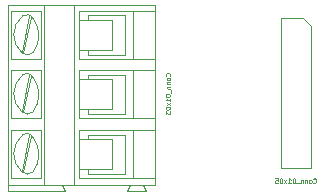
<source format=gbr>
G04 #@! TF.GenerationSoftware,KiCad,Pcbnew,(2018-02-16 revision c95340fba)-makepkg*
G04 #@! TF.CreationDate,2018-04-24T18:33:14+02:00*
G04 #@! TF.ProjectId,lmd,6C6D642E6B696361645F706362000000,rev?*
G04 #@! TF.SameCoordinates,Original*
G04 #@! TF.FileFunction,Other,Fab,Bot*
%FSLAX46Y46*%
G04 Gerber Fmt 4.6, Leading zero omitted, Abs format (unit mm)*
G04 Created by KiCad (PCBNEW (2018-02-16 revision c95340fba)-makepkg) date 04/24/18 18:33:14*
%MOMM*%
%LPD*%
G01*
G04 APERTURE LIST*
%ADD10C,0.100000*%
G04 APERTURE END LIST*
D10*
X103195795Y-110316974D02*
G75*
G02X104114800Y-110472400I399005J-435426D01*
G01*
X103183113Y-113420639D02*
G75*
G02X103244800Y-110272400I1351687J1548239D01*
G01*
X104076537Y-110430067D02*
G75*
G02X104124800Y-113412400I-1901737J-1522333D01*
G01*
X104168795Y-113367932D02*
G75*
G02X103194800Y-113422400I-513995J455532D01*
G01*
X103186101Y-115329428D02*
G75*
G02X104114800Y-115472400I408699J-432972D01*
G01*
X103183113Y-118420639D02*
G75*
G02X103244800Y-115272400I1351687J1548239D01*
G01*
X104076537Y-115430067D02*
G75*
G02X104124800Y-118412400I-1901737J-1522333D01*
G01*
X104158796Y-118378020D02*
G75*
G02X103194800Y-118422400I-503996J455620D01*
G01*
X104158796Y-123458020D02*
G75*
G02X103194800Y-123502400I-503996J455620D01*
G01*
X104076537Y-120510067D02*
G75*
G02X104124800Y-123492400I-1901737J-1522333D01*
G01*
X103183113Y-123500639D02*
G75*
G02X103244800Y-120352400I1351687J1548239D01*
G01*
X103186101Y-120409428D02*
G75*
G02X104114800Y-120552400I408699J-432972D01*
G01*
X107994800Y-115252400D02*
X107994800Y-118552400D01*
X107994800Y-114872400D02*
X107994800Y-115252400D01*
X107994800Y-118932400D02*
X107994800Y-118552400D01*
X107994800Y-113552400D02*
X107994800Y-110242400D01*
X107994800Y-113932400D02*
X107994800Y-113552400D01*
X107994800Y-109862400D02*
X107994800Y-110242400D01*
X103924800Y-110402400D02*
X103294800Y-113442400D01*
X103794800Y-110272400D02*
X103164800Y-113322400D01*
X103924800Y-115402400D02*
X103294800Y-118452400D01*
X103794800Y-115272400D02*
X103164800Y-118322400D01*
X102274800Y-113932400D02*
X102274800Y-109862400D01*
X104814800Y-109862400D02*
X102274800Y-109862400D01*
X104814800Y-113932400D02*
X104814800Y-109862400D01*
X104814800Y-113932400D02*
X102274800Y-113932400D01*
X104814800Y-118932400D02*
X104814800Y-114872400D01*
X102274800Y-118932400D02*
X104814800Y-118932400D01*
X102274800Y-114872400D02*
X102274800Y-118932400D01*
X104814800Y-114872400D02*
X102274800Y-114872400D01*
X105064800Y-109332400D02*
X102024800Y-109332400D01*
X105064800Y-109332400D02*
X105064800Y-119492400D01*
X107604800Y-109332400D02*
X105064800Y-109332400D01*
X114464800Y-109332400D02*
X107604800Y-109332400D01*
X108754800Y-118552400D02*
X108754800Y-118172400D01*
X108754800Y-115252400D02*
X108754800Y-115632400D01*
X108754800Y-113552400D02*
X108754800Y-113172400D01*
X108754800Y-110242400D02*
X108754800Y-110632400D01*
X111924800Y-110242400D02*
X108754800Y-110242400D01*
X111924800Y-113552400D02*
X111924800Y-110242400D01*
X111924800Y-113552400D02*
X108754800Y-113552400D01*
X111924800Y-115252400D02*
X108754800Y-115252400D01*
X111924800Y-118552400D02*
X111924800Y-115252400D01*
X111924800Y-118552400D02*
X108754800Y-118552400D01*
X112564800Y-109862400D02*
X114464800Y-109862400D01*
X112564800Y-113932400D02*
X107994800Y-113932400D01*
X112564800Y-113932400D02*
X112564800Y-109862400D01*
X112564800Y-118932400D02*
X114464800Y-118932400D01*
X112564800Y-114872400D02*
X107994800Y-114872400D01*
X112564800Y-114872400D02*
X112564800Y-118932400D01*
X114464800Y-109862400D02*
X114464800Y-113932400D01*
X114464800Y-109332400D02*
X114464800Y-109862400D01*
X107994800Y-109862400D02*
X112564800Y-109862400D01*
X114464800Y-113932400D02*
X114464800Y-114872400D01*
X114464800Y-113932400D02*
X112564800Y-113932400D01*
X114464800Y-118932400D02*
X114464800Y-119492400D01*
X114464800Y-114872400D02*
X114464800Y-118932400D01*
X107994800Y-118932400D02*
X112564800Y-118932400D01*
X114464800Y-114872400D02*
X112564800Y-114872400D01*
X112304800Y-119932400D02*
X113454800Y-119932400D01*
X113454800Y-119932400D02*
X114464800Y-119932400D01*
X110784800Y-115632400D02*
X107994800Y-115632400D01*
X107994800Y-115632400D02*
X107994800Y-118172400D01*
X110784800Y-118172400D02*
X107994800Y-118172400D01*
X110784800Y-115632400D02*
X110784800Y-118172400D01*
X110784800Y-110632400D02*
X107994800Y-110632400D01*
X107994800Y-110632400D02*
X107994800Y-113172400D01*
X110784800Y-113172400D02*
X107994800Y-113172400D01*
X110784800Y-110632400D02*
X110784800Y-113172400D01*
X110784800Y-120712400D02*
X110784800Y-123252400D01*
X110784800Y-123252400D02*
X107994800Y-123252400D01*
X107994800Y-120712400D02*
X107994800Y-123252400D01*
X110784800Y-120712400D02*
X107994800Y-120712400D01*
X102024800Y-124572400D02*
X105064800Y-124572400D01*
X102024800Y-124572400D02*
X102024800Y-125082400D01*
X102024800Y-125082400D02*
X106844800Y-125082400D01*
X106844800Y-125082400D02*
X106594800Y-124572400D01*
X113704800Y-125082400D02*
X113454800Y-124572400D01*
X113454800Y-124572400D02*
X114464800Y-124572400D01*
X112054800Y-125082400D02*
X112304800Y-124572400D01*
X112304800Y-124572400D02*
X113454800Y-124572400D01*
X112054800Y-125082400D02*
X113704800Y-125082400D01*
X114464800Y-119952400D02*
X112564800Y-119952400D01*
X107994800Y-124012400D02*
X112564800Y-124012400D01*
X114464800Y-124012400D02*
X114464800Y-124572400D01*
X112564800Y-119952400D02*
X112564800Y-124012400D01*
X112564800Y-124012400D02*
X114464800Y-124012400D01*
X111924800Y-123632400D02*
X108754800Y-123632400D01*
X111924800Y-123632400D02*
X111924800Y-120332400D01*
X111924800Y-120332400D02*
X108754800Y-120332400D01*
X108754800Y-120332400D02*
X108754800Y-120712400D01*
X108754800Y-123632400D02*
X108754800Y-123252400D01*
X106594800Y-124572400D02*
X107604800Y-124572400D01*
X107604800Y-124572400D02*
X112304800Y-124572400D01*
X105064800Y-124572400D02*
X106594800Y-124572400D01*
X104814800Y-119952400D02*
X102274800Y-119952400D01*
X102274800Y-119952400D02*
X102274800Y-124012400D01*
X102274800Y-124012400D02*
X104814800Y-124012400D01*
X104814800Y-124012400D02*
X104814800Y-119952400D01*
X103794800Y-120352400D02*
X103164800Y-123402400D01*
X103924800Y-120482400D02*
X103294800Y-123532400D01*
X107994800Y-124012400D02*
X107994800Y-123632400D01*
X107994800Y-119952400D02*
X107994800Y-120332400D01*
X107994800Y-120332400D02*
X107994800Y-123632400D01*
X102024800Y-109332400D02*
X102024800Y-124572400D01*
X105064800Y-119492400D02*
X105064800Y-124512400D01*
X114464800Y-124002400D02*
X114464800Y-119492400D01*
X112244800Y-119932400D02*
X107994800Y-119932400D01*
X107604800Y-124572400D02*
X107604800Y-109392400D01*
X127635000Y-111125000D02*
X127000000Y-110490000D01*
X127635000Y-123190000D02*
X127635000Y-111125000D01*
X125095000Y-123190000D02*
X127635000Y-123190000D01*
X125095000Y-110490000D02*
X125095000Y-123190000D01*
X127000000Y-110490000D02*
X125095000Y-110490000D01*
X115697657Y-115367161D02*
X115716704Y-115348114D01*
X115735752Y-115290971D01*
X115735752Y-115252876D01*
X115716704Y-115195733D01*
X115678609Y-115157638D01*
X115640514Y-115138590D01*
X115564323Y-115119542D01*
X115507180Y-115119542D01*
X115430990Y-115138590D01*
X115392895Y-115157638D01*
X115354800Y-115195733D01*
X115335752Y-115252876D01*
X115335752Y-115290971D01*
X115354800Y-115348114D01*
X115373847Y-115367161D01*
X115735752Y-115595733D02*
X115716704Y-115557638D01*
X115697657Y-115538590D01*
X115659561Y-115519542D01*
X115545276Y-115519542D01*
X115507180Y-115538590D01*
X115488133Y-115557638D01*
X115469085Y-115595733D01*
X115469085Y-115652876D01*
X115488133Y-115690971D01*
X115507180Y-115710019D01*
X115545276Y-115729066D01*
X115659561Y-115729066D01*
X115697657Y-115710019D01*
X115716704Y-115690971D01*
X115735752Y-115652876D01*
X115735752Y-115595733D01*
X115469085Y-115900495D02*
X115735752Y-115900495D01*
X115507180Y-115900495D02*
X115488133Y-115919542D01*
X115469085Y-115957638D01*
X115469085Y-116014780D01*
X115488133Y-116052876D01*
X115526228Y-116071923D01*
X115735752Y-116071923D01*
X115469085Y-116262400D02*
X115735752Y-116262400D01*
X115507180Y-116262400D02*
X115488133Y-116281447D01*
X115469085Y-116319542D01*
X115469085Y-116376685D01*
X115488133Y-116414780D01*
X115526228Y-116433828D01*
X115735752Y-116433828D01*
X115773847Y-116529066D02*
X115773847Y-116833828D01*
X115335752Y-117005257D02*
X115335752Y-117043352D01*
X115354800Y-117081447D01*
X115373847Y-117100495D01*
X115411942Y-117119542D01*
X115488133Y-117138590D01*
X115583371Y-117138590D01*
X115659561Y-117119542D01*
X115697657Y-117100495D01*
X115716704Y-117081447D01*
X115735752Y-117043352D01*
X115735752Y-117005257D01*
X115716704Y-116967161D01*
X115697657Y-116948114D01*
X115659561Y-116929066D01*
X115583371Y-116910019D01*
X115488133Y-116910019D01*
X115411942Y-116929066D01*
X115373847Y-116948114D01*
X115354800Y-116967161D01*
X115335752Y-117005257D01*
X115735752Y-117519542D02*
X115735752Y-117290971D01*
X115735752Y-117405257D02*
X115335752Y-117405257D01*
X115392895Y-117367161D01*
X115430990Y-117329066D01*
X115450038Y-117290971D01*
X115735752Y-117652876D02*
X115469085Y-117862400D01*
X115469085Y-117652876D02*
X115735752Y-117862400D01*
X115335752Y-118090971D02*
X115335752Y-118129066D01*
X115354800Y-118167161D01*
X115373847Y-118186209D01*
X115411942Y-118205257D01*
X115488133Y-118224304D01*
X115583371Y-118224304D01*
X115659561Y-118205257D01*
X115697657Y-118186209D01*
X115716704Y-118167161D01*
X115735752Y-118129066D01*
X115735752Y-118090971D01*
X115716704Y-118052876D01*
X115697657Y-118033828D01*
X115659561Y-118014780D01*
X115583371Y-117995733D01*
X115488133Y-117995733D01*
X115411942Y-118014780D01*
X115373847Y-118033828D01*
X115354800Y-118052876D01*
X115335752Y-118090971D01*
X115335752Y-118357638D02*
X115335752Y-118605257D01*
X115488133Y-118471923D01*
X115488133Y-118529066D01*
X115507180Y-118567161D01*
X115526228Y-118586209D01*
X115564323Y-118605257D01*
X115659561Y-118605257D01*
X115697657Y-118586209D01*
X115716704Y-118567161D01*
X115735752Y-118529066D01*
X115735752Y-118414780D01*
X115716704Y-118376685D01*
X115697657Y-118357638D01*
X127860238Y-124392857D02*
X127879285Y-124411904D01*
X127936428Y-124430952D01*
X127974523Y-124430952D01*
X128031666Y-124411904D01*
X128069761Y-124373809D01*
X128088809Y-124335714D01*
X128107857Y-124259523D01*
X128107857Y-124202380D01*
X128088809Y-124126190D01*
X128069761Y-124088095D01*
X128031666Y-124050000D01*
X127974523Y-124030952D01*
X127936428Y-124030952D01*
X127879285Y-124050000D01*
X127860238Y-124069047D01*
X127631666Y-124430952D02*
X127669761Y-124411904D01*
X127688809Y-124392857D01*
X127707857Y-124354761D01*
X127707857Y-124240476D01*
X127688809Y-124202380D01*
X127669761Y-124183333D01*
X127631666Y-124164285D01*
X127574523Y-124164285D01*
X127536428Y-124183333D01*
X127517380Y-124202380D01*
X127498333Y-124240476D01*
X127498333Y-124354761D01*
X127517380Y-124392857D01*
X127536428Y-124411904D01*
X127574523Y-124430952D01*
X127631666Y-124430952D01*
X127326904Y-124164285D02*
X127326904Y-124430952D01*
X127326904Y-124202380D02*
X127307857Y-124183333D01*
X127269761Y-124164285D01*
X127212619Y-124164285D01*
X127174523Y-124183333D01*
X127155476Y-124221428D01*
X127155476Y-124430952D01*
X126965000Y-124164285D02*
X126965000Y-124430952D01*
X126965000Y-124202380D02*
X126945952Y-124183333D01*
X126907857Y-124164285D01*
X126850714Y-124164285D01*
X126812619Y-124183333D01*
X126793571Y-124221428D01*
X126793571Y-124430952D01*
X126698333Y-124469047D02*
X126393571Y-124469047D01*
X126222142Y-124030952D02*
X126184047Y-124030952D01*
X126145952Y-124050000D01*
X126126904Y-124069047D01*
X126107857Y-124107142D01*
X126088809Y-124183333D01*
X126088809Y-124278571D01*
X126107857Y-124354761D01*
X126126904Y-124392857D01*
X126145952Y-124411904D01*
X126184047Y-124430952D01*
X126222142Y-124430952D01*
X126260238Y-124411904D01*
X126279285Y-124392857D01*
X126298333Y-124354761D01*
X126317380Y-124278571D01*
X126317380Y-124183333D01*
X126298333Y-124107142D01*
X126279285Y-124069047D01*
X126260238Y-124050000D01*
X126222142Y-124030952D01*
X125707857Y-124430952D02*
X125936428Y-124430952D01*
X125822142Y-124430952D02*
X125822142Y-124030952D01*
X125860238Y-124088095D01*
X125898333Y-124126190D01*
X125936428Y-124145238D01*
X125574523Y-124430952D02*
X125365000Y-124164285D01*
X125574523Y-124164285D02*
X125365000Y-124430952D01*
X125136428Y-124030952D02*
X125098333Y-124030952D01*
X125060238Y-124050000D01*
X125041190Y-124069047D01*
X125022142Y-124107142D01*
X125003095Y-124183333D01*
X125003095Y-124278571D01*
X125022142Y-124354761D01*
X125041190Y-124392857D01*
X125060238Y-124411904D01*
X125098333Y-124430952D01*
X125136428Y-124430952D01*
X125174523Y-124411904D01*
X125193571Y-124392857D01*
X125212619Y-124354761D01*
X125231666Y-124278571D01*
X125231666Y-124183333D01*
X125212619Y-124107142D01*
X125193571Y-124069047D01*
X125174523Y-124050000D01*
X125136428Y-124030952D01*
X124641190Y-124030952D02*
X124831666Y-124030952D01*
X124850714Y-124221428D01*
X124831666Y-124202380D01*
X124793571Y-124183333D01*
X124698333Y-124183333D01*
X124660238Y-124202380D01*
X124641190Y-124221428D01*
X124622142Y-124259523D01*
X124622142Y-124354761D01*
X124641190Y-124392857D01*
X124660238Y-124411904D01*
X124698333Y-124430952D01*
X124793571Y-124430952D01*
X124831666Y-124411904D01*
X124850714Y-124392857D01*
M02*

</source>
